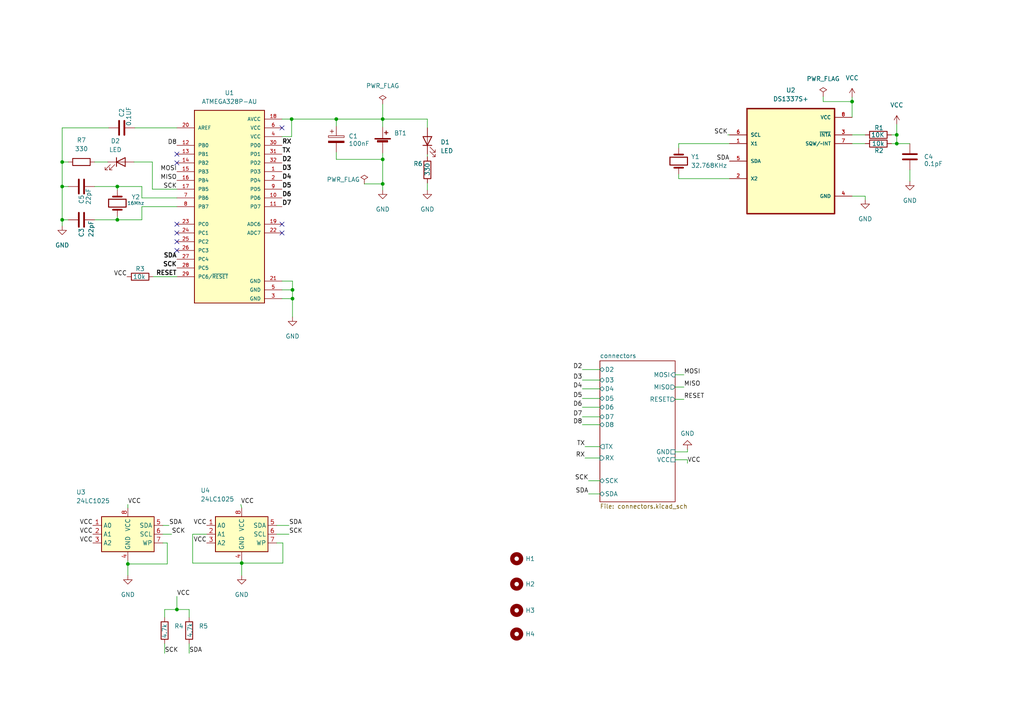
<source format=kicad_sch>
(kicad_sch (version 20211123) (generator eeschema)
  (paper "A4")
  (title_block (title "MCU Datalogger - by Huskies' Lab") (date "2022-12-28") (rev "V1.0.0") (company "Designed by Alfonso Pinzon @luis.p.19"))
  (lib_symbols
    (symbol "ATMEGA328P-AU:ATMEGA328P-AU" (pin_names (offset 1.016))
      (property "Reference" "U1" (at 0 33.02 0))
      (property "Value" "ATMEGA328P-AU" (at 0 30.48 0))
      (symbol "ATMEGA328P-AU_0_0"
        (rectangle (start -10.16 -27.94) (end 10.16 27.94) (stroke (width 0.254)) (fill (type background)))
        (pin bidirectional line (at 15.24 10.16 180) (length 5.08) (name "PD3") (number "1"))
        (pin bidirectional line (at 15.24 2.54 180) (length 5.08) (name "PD6") (number "10"))
        (pin bidirectional line (at 15.24 0 180) (length 5.08) (name "PD7") (number "11"))
        (pin bidirectional line (at -15.24 17.78 0) (length 5.08) (name "PB0") (number "12"))
        (pin bidirectional line (at -15.24 15.24 0) (length 5.08) (name "PB1") (number "13"))
        (pin bidirectional line (at -15.24 12.7 0) (length 5.08) (name "PB2") (number "14"))
        (pin bidirectional line (at -15.24 10.16 0) (length 5.08) (name "PB3") (number "15"))
        (pin bidirectional line (at -15.24 7.62 0) (length 5.08) (name "PB4") (number "16"))
        (pin bidirectional line (at -15.24 5.08 0) (length 5.08) (name "PB5") (number "17"))
        (pin power_in line (at 15.24 25.4 180) (length 5.08) (name "AVCC") (number "18"))
        (pin bidirectional line (at 15.24 -5.08 180) (length 5.08) (name "ADC6") (number "19"))
        (pin bidirectional line (at 15.24 7.62 180) (length 5.08) (name "PD4") (number "2"))
        (pin input line (at -15.24 22.86 0) (length 5.08) (name "AREF") (number "20"))
        (pin power_in line (at 15.24 -21.59 180) (length 5.08) (name "GND") (number "21"))
        (pin bidirectional line (at 15.24 -7.62 180) (length 5.08) (name "ADC7") (number "22"))
        (pin bidirectional line (at -15.24 -5.08 0) (length 5.08) (name "PC0") (number "23"))
        (pin bidirectional line (at -15.24 -7.62 0) (length 5.08) (name "PC1") (number "24"))
        (pin bidirectional line (at -15.24 -10.16 0) (length 5.08) (name "PC2") (number "25"))
        (pin bidirectional line (at -15.24 -12.7 0) (length 5.08) (name "PC3") (number "26"))
        (pin bidirectional line (at -15.24 -15.24 0) (length 5.08) (name "PC4") (number "27"))
        (pin bidirectional line (at -15.24 -17.78 0) (length 5.08) (name "PC5") (number "28"))
        (pin bidirectional line (at -15.24 -20.32 0) (length 5.08) (name "PC6/~{RESET}") (number "29"))
        (pin power_in line (at 15.24 -26.67 180) (length 5.08) (name "GND") (number "3"))
        (pin bidirectional line (at 15.24 17.78 180) (length 5.08) (name "PD0") (number "30"))
        (pin bidirectional line (at 15.24 15.24 180) (length 5.08) (name "PD1") (number "31"))
        (pin bidirectional line (at 15.24 12.7 180) (length 5.08) (name "PD2") (number "32"))
        (pin power_in line (at 15.24 20.32 180) (length 5.08) (name "VCC") (number "4"))
        (pin power_in line (at 15.24 -24.13 180) (length 5.08) (name "GND") (number "5"))
        (pin power_in line (at 15.24 22.86 180) (length 5.08) (name "VCC") (number "6"))
        (pin bidirectional line (at -15.24 2.54 0) (length 5.08) (name "PB6") (number "7"))
        (pin bidirectional line (at -15.24 0 0) (length 5.08) (name "PB7") (number "8"))
        (pin bidirectional line (at 15.24 5.08 180) (length 5.08) (name "PD5") (number "9"))
      )
    )
    (symbol "DS1337S_:DS1337S+" (pin_names (offset 1.016))
      (property "Reference" "U" (at -12.7 16.24 0))
      (property "Value" "DS1337S+" (at -12.7 -19.24 0))
      (symbol "DS1337S+_0_0"
        (rectangle (start -12.7 -15.24) (end 12.7 15.24) (stroke (width 0.41)) (fill (type background)))
        (pin input line (at -17.78 5.08 0) (length 5.08) (name "X1") (number "1"))
        (pin bidirectional line (at -17.78 -5.08 0) (length 5.08) (name "X2") (number "2"))
        (pin output line (at 17.78 7.62 180) (length 5.08) (name "~{INTA}") (number "3"))
        (pin power_in line (at 17.78 -10.16 180) (length 5.08) (name "GND") (number "4"))
        (pin bidirectional line (at -17.78 0 0) (length 5.08) (name "SDA") (number "5"))
        (pin input line (at -17.78 7.62 0) (length 5.08) (name "SCL") (number "6"))
        (pin output line (at 17.78 5.08 180) (length 5.08) (name "SQW/~INT") (number "7"))
        (pin power_in line (at 17.78 12.7 180) (length 5.08) (name "VCC") (number "8"))
      )
    )
    (symbol "Device:Battery_Cell" (pin_numbers hide) (pin_names (offset 0) hide)
      (property "Reference" "BT" (at 2.54 2.54 0))
      (property "Value" "Battery_Cell" (at 2.54 0 0))
      (symbol "Battery_Cell_0_1"
        (rectangle (start -2.286 1.778) (end 2.286 1.524) (fill (type outline)))
        (rectangle (start -1.5748 1.1938) (end 1.4732 0.6858) (fill (type outline)))
        (polyline (pts (xy 0 0.762) (xy 0 0)))
        (polyline (pts (xy 0 1.778) (xy 0 2.54)))
        (polyline (pts (xy 0.508 3.429) (xy 1.524 3.429)) (stroke (width 0.254)))
        (polyline (pts (xy 1.016 3.937) (xy 1.016 2.921)) (stroke (width 0.254)))
      )
      (symbol "Battery_Cell_1_1"
        (pin passive line (at 0 5.08 270) (length 2.54) (name "+") (number "1"))
        (pin passive line (at 0 -2.54 90) (length 2.54) (name "-") (number "2"))
      )
    )
    (symbol "Device:C" (pin_numbers hide) (pin_names (offset 0.254))
      (property "Reference" "C" (at 0.635 2.54 0))
      (property "Value" "C" (at 0.635 -2.54 0))
      (symbol "C_0_1"
        (polyline (pts (xy -2.032 -0.762) (xy 2.032 -0.762)) (stroke (width 0.508)))
        (polyline (pts (xy -2.032 0.762) (xy 2.032 0.762)) (stroke (width 0.508)))
      )
      (symbol "C_1_1"
        (pin passive line (at 0 3.81 270) (length 2.794) (name "~") (number "1"))
        (pin passive line (at 0 -3.81 90) (length 2.794) (name "~") (number "2"))
      )
    )
    (symbol "Device:C_Polarized" (pin_numbers hide) (pin_names (offset 0.254))
      (property "Reference" "C" (at 0.635 2.54 0))
      (property "Value" "C_Polarized" (at 0.635 -2.54 0))
      (symbol "C_Polarized_0_1"
        (rectangle (start -2.286 0.508) (end 2.286 1.016))
        (polyline (pts (xy -1.778 2.286) (xy -0.762 2.286)))
        (polyline (pts (xy -1.27 2.794) (xy -1.27 1.778)))
        (rectangle (start 2.286 -0.508) (end -2.286 -1.016) (fill (type outline)))
      )
      (symbol "C_Polarized_1_1"
        (pin passive line (at 0 3.81 270) (length 2.794) (name "~") (number "1"))
        (pin passive line (at 0 -3.81 90) (length 2.794) (name "~") (number "2"))
      )
    )
    (symbol "Device:Crystal" (pin_numbers hide) (pin_names (offset 1.016) hide)
      (property "Reference" "Y" (at 0 3.81 0))
      (property "Value" "Crystal" (at 0 -3.81 0))
      (symbol "Crystal_0_1"
        (rectangle (start -1.143 2.54) (end 1.143 -2.54) (stroke (width 0.3048)))
        (polyline (pts (xy -2.54 0) (xy -1.905 0)))
        (polyline (pts (xy -1.905 -1.27) (xy -1.905 1.27)) (stroke (width 0.508)))
        (polyline (pts (xy 1.905 -1.27) (xy 1.905 1.27)) (stroke (width 0.508)))
        (polyline (pts (xy 2.54 0) (xy 1.905 0)))
      )
      (symbol "Crystal_1_1"
        (pin passive line (at -3.81 0 0) (length 1.27) (name "1") (number "1"))
        (pin passive line (at 3.81 0 180) (length 1.27) (name "2") (number "2"))
      )
    )
    (symbol "Device:LED" (pin_numbers hide) (pin_names (offset 1.016) hide)
      (property "Reference" "D" (at 0 2.54 0))
      (property "Value" "LED" (at 0 -2.54 0))
      (symbol "LED_0_1"
        (polyline (pts (xy -1.27 -1.27) (xy -1.27 1.27)) (stroke (width 0.254)))
        (polyline (pts (xy -1.27 0) (xy 1.27 0)))
        (polyline (pts (xy 1.27 -1.27) (xy 1.27 1.27) (xy -1.27 0) (xy 1.27 -1.27)) (stroke (width 0.254)))
        (polyline (pts (xy -3.048 -0.762) (xy -4.572 -2.286) (xy -3.81 -2.286) (xy -4.572 -2.286) (xy -4.572 -1.524)))
        (polyline (pts (xy -1.778 -0.762) (xy -3.302 -2.286) (xy -2.54 -2.286) (xy -3.302 -2.286) (xy -3.302 -1.524)))
      )
      (symbol "LED_1_1"
        (pin passive line (at -3.81 0 0) (length 2.54) (name "K") (number "1"))
        (pin passive line (at 3.81 0 180) (length 2.54) (name "A") (number "2"))
      )
    )
    (symbol "Device:R" (pin_numbers hide) (pin_names (offset 0))
      (property "Reference" "R" (at 2.032 0 90))
      (property "Value" "R" (at 0 0 90))
      (symbol "R_0_1"
        (rectangle (start -1.016 -2.54) (end 1.016 2.54) (stroke (width 0.254)))
      )
      (symbol "R_1_1"
        (pin passive line (at 0 3.81 270) (length 1.27) (name "~") (number "1"))
        (pin passive line (at 0 -3.81 90) (length 1.27) (name "~") (number "2"))
      )
    )
    (symbol "Mechanical:MountingHole" (pin_names (offset 1.016))
      (property "Reference" "H" (at 0 5.08 0))
      (property "Value" "MountingHole" (at 0 3.175 0))
      (symbol "MountingHole_0_1"
        (circle (center 0 0) (radius 1.27) (stroke (width 1.27)))
      )
    )
    (symbol "Memory_EEPROM:24LC1025"
      (property "Reference" "U" (at -6.35 6.35 0))
      (property "Value" "24LC1025" (at 1.27 6.35 0))
      (symbol "24LC1025_1_1"
        (rectangle (start -7.62 5.08) (end 7.62 -5.08) (stroke (width 0.254)) (fill (type background)))
        (pin input line (at -10.16 2.54 0) (length 2.54) (name "A0") (number "1"))
        (pin input line (at -10.16 0 0) (length 2.54) (name "A1") (number "2"))
        (pin input line (at -10.16 -2.54 0) (length 2.54) (name "A2") (number "3"))
        (pin power_in line (at 0 -7.62 90) (length 2.54) (name "GND") (number "4"))
        (pin bidirectional line (at 10.16 2.54 180) (length 2.54) (name "SDA") (number "5"))
        (pin input line (at 10.16 0 180) (length 2.54) (name "SCL") (number "6"))
        (pin input line (at 10.16 -2.54 180) (length 2.54) (name "WP") (number "7"))
        (pin power_in line (at 0 7.62 270) (length 2.54) (name "VCC") (number "8"))
      )
    )
    (symbol "power:GND" (power) (pin_names (offset 0))
      (property "Value" "GND" (at 0 -3.81 0))
      (symbol "GND_0_1"
        (polyline (pts (xy 0 0) (xy 0 -1.27) (xy 1.27 -1.27) (xy 0 -2.54) (xy -1.27 -1.27) (xy 0 -1.27)))
      )
      (symbol "GND_1_1"
        (pin power_in line (at 0 0 270) (length 0) hide (name "GND") (number "1"))
      )
    )
    (symbol "power:PWR_FLAG" (power) (pin_numbers hide) (pin_names (offset 0) hide)
      (property "Value" "PWR_FLAG" (at 0 3.81 0))
      (symbol "PWR_FLAG_0_0"
        (pin power_out line (at 0 0 90) (length 0) (name "pwr") (number "1"))
      )
      (symbol "PWR_FLAG_0_1"
        (polyline (pts (xy 0 0) (xy 0 1.27) (xy -1.016 1.905) (xy 0 2.54) (xy 1.016 1.905) (xy 0 1.27)))
      )
    )
    (symbol "power:VCC" (power) (pin_names (offset 0))
      (property "Value" "VCC" (at 0 3.81 0))
      (symbol "VCC_0_1"
        (polyline (pts (xy -0.762 1.27) (xy 0 2.54)))
        (polyline (pts (xy 0 0) (xy 0 2.54)))
        (polyline (pts (xy 0 2.54) (xy 0.762 1.27)))
      )
      (symbol "VCC_1_1"
        (pin power_in line (at 0 0 90) (length 0) hide (name "VCC") (number "1"))
      )
    )
  )
  (junction (at 110.998 53.34))
  (junction (at 97.536 34.544))
  (junction (at 84.836 86.614))
  (junction (at 37.084 163.576))
  (junction (at 34.036 54.102))
  (junction (at 260.096 41.656))
  (junction (at 70.104 163.322))
  (junction (at 260.096 39.116))
  (junction (at 18.034 46.99))
  (junction (at 247.142 29.464))
  (junction (at 84.582 34.544))
  (junction (at 110.998 34.544))
  (junction (at 110.998 46.228))
  (junction (at 51.308 176.784))
  (junction (at 84.836 84.074))
  (junction (at 18.034 54.102))
  (junction (at 34.036 63.754))
  (junction (at 18.034 63.754))
  (no_connect (at 81.788 65.024))
  (no_connect (at 81.788 67.564))
  (no_connect (at 81.788 37.084))
  (no_connect (at 51.308 47.244))
  (no_connect (at 51.308 44.704))
  (no_connect (at 51.308 67.564))
  (no_connect (at 51.308 70.104))
  (no_connect (at 51.308 65.024))
  (no_connect (at 51.308 72.644))
  (wire (pts (xy 59.944 154.94) (xy 55.88 154.94)))
  (wire (pts (xy 47.752 179.07) (xy 47.752 176.784)))
  (wire (pts (xy 41.148 59.944) (xy 51.308 59.944)))
  (wire (pts (xy 38.862 46.99) (xy 44.196 46.99)))
  (wire (pts (xy 81.788 34.544) (xy 84.582 34.544)))
  (wire (pts (xy 18.034 37.084) (xy 18.034 46.99)))
  (wire (pts (xy 82.042 163.322) (xy 70.104 163.322)))
  (wire (pts (xy 37.084 163.576) (xy 48.514 163.576)))
  (wire (pts (xy 196.85 41.656) (xy 211.582 41.656)))
  (wire (pts (xy 110.998 53.34) (xy 110.998 46.228)))
  (wire (pts (xy 34.036 54.102) (xy 41.148 54.102)))
  (wire (pts (xy 195.834 131.064) (xy 199.39 131.064)))
  (wire (pts (xy 258.572 39.116) (xy 260.096 39.116)))
  (wire (pts (xy 247.142 39.116) (xy 250.952 39.116)))
  (wire (pts (xy 168.91 118.11) (xy 173.99 118.11)))
  (wire (pts (xy 18.034 63.754) (xy 18.034 65.532)))
  (wire (pts (xy 54.864 186.69) (xy 54.864 189.484)))
  (wire (pts (xy 51.308 172.974) (xy 51.308 176.784)))
  (wire (pts (xy 82.042 157.48) (xy 82.042 163.322)))
  (wire (pts (xy 97.536 44.196) (xy 97.536 46.228)))
  (wire (pts (xy 123.952 55.118) (xy 123.952 53.086)))
  (wire (pts (xy 80.264 157.48) (xy 82.042 157.48)))
  (wire (pts (xy 238.76 29.464) (xy 247.142 29.464)))
  (wire (pts (xy 70.104 163.322) (xy 70.104 166.878)))
  (wire (pts (xy 195.834 115.824) (xy 198.374 115.824)))
  (wire (pts (xy 54.864 176.784) (xy 54.864 179.07)))
  (wire (pts (xy 27.432 63.754) (xy 34.036 63.754)))
  (wire (pts (xy 47.752 186.69) (xy 47.752 189.484)))
  (wire (pts (xy 84.582 39.624) (xy 84.582 34.544)))
  (wire (pts (xy 168.91 112.776) (xy 173.99 112.776)))
  (wire (pts (xy 110.998 46.228) (xy 110.998 44.45)))
  (wire (pts (xy 47.244 154.94) (xy 49.784 154.94)))
  (wire (pts (xy 168.91 123.19) (xy 173.99 123.19)))
  (wire (pts (xy 97.536 46.228) (xy 110.998 46.228)))
  (wire (pts (xy 260.096 41.656) (xy 258.572 41.656)))
  (wire (pts (xy 110.998 30.226) (xy 110.998 34.544)))
  (wire (pts (xy 169.672 129.54) (xy 173.99 129.54)))
  (wire (pts (xy 55.88 163.322) (xy 70.104 163.322)))
  (wire (pts (xy 247.142 29.464) (xy 247.142 34.036)))
  (wire (pts (xy 199.39 133.35) (xy 199.39 134.366)))
  (wire (pts (xy 34.036 63.754) (xy 34.036 62.738)))
  (wire (pts (xy 47.244 152.4) (xy 49.022 152.4)))
  (wire (pts (xy 260.096 36.068) (xy 260.096 39.116)))
  (wire (pts (xy 196.85 51.816) (xy 211.582 51.816)))
  (wire (pts (xy 195.834 112.268) (xy 198.374 112.268)))
  (wire (pts (xy 48.514 157.48) (xy 48.514 163.576)))
  (wire (pts (xy 47.752 176.784) (xy 51.308 176.784)))
  (wire (pts (xy 34.036 54.102) (xy 34.036 55.118)))
  (wire (pts (xy 37.084 163.576) (xy 37.084 166.878)))
  (wire (pts (xy 19.812 46.99) (xy 18.034 46.99)))
  (wire (pts (xy 97.536 34.544) (xy 97.536 36.576)))
  (wire (pts (xy 84.582 34.544) (xy 97.536 34.544)))
  (wire (pts (xy 247.142 41.656) (xy 250.952 41.656)))
  (wire (pts (xy 44.196 46.99) (xy 44.196 54.864)))
  (wire (pts (xy 123.952 34.544) (xy 123.952 37.084)))
  (wire (pts (xy 110.998 55.118) (xy 110.998 53.34)))
  (wire (pts (xy 168.91 120.904) (xy 173.99 120.904)))
  (wire (pts (xy 37.084 162.56) (xy 37.084 163.576)))
  (wire (pts (xy 44.45 80.264) (xy 51.308 80.264)))
  (wire (pts (xy 247.142 56.896) (xy 250.952 56.896)))
  (wire (pts (xy 80.264 152.4) (xy 83.82 152.4)))
  (wire (pts (xy 47.244 157.48) (xy 48.514 157.48)))
  (wire (pts (xy 170.688 139.446) (xy 173.99 139.446)))
  (wire (pts (xy 169.672 132.842) (xy 173.99 132.842)))
  (wire (pts (xy 27.432 54.102) (xy 34.036 54.102)))
  (wire (pts (xy 39.116 37.084) (xy 51.308 37.084)))
  (wire (pts (xy 263.906 52.578) (xy 263.906 49.276)))
  (wire (pts (xy 70.104 147.32) (xy 69.85 146.304)))
  (wire (pts (xy 81.788 86.614) (xy 84.836 86.614)))
  (wire (pts (xy 18.034 54.102) (xy 18.034 63.754)))
  (wire (pts (xy 196.85 42.926) (xy 196.85 41.656)))
  (wire (pts (xy 80.264 154.94) (xy 83.82 154.94)))
  (wire (pts (xy 84.836 84.074) (xy 84.836 86.614)))
  (wire (pts (xy 260.096 39.116) (xy 260.096 41.656)))
  (wire (pts (xy 211.074 39.116) (xy 211.582 39.116)))
  (wire (pts (xy 110.998 34.544) (xy 123.952 34.544)))
  (wire (pts (xy 81.788 84.074) (xy 84.836 84.074)))
  (wire (pts (xy 84.836 81.534) (xy 84.836 84.074)))
  (wire (pts (xy 168.91 110.236) (xy 173.99 110.236)))
  (wire (pts (xy 195.834 108.712) (xy 198.374 108.712)))
  (wire (pts (xy 55.88 154.94) (xy 55.88 163.322)))
  (wire (pts (xy 247.142 28.194) (xy 247.142 29.464)))
  (wire (pts (xy 250.952 56.896) (xy 250.952 57.912)))
  (wire (pts (xy 31.496 37.084) (xy 18.034 37.084)))
  (wire (pts (xy 51.308 176.784) (xy 54.864 176.784)))
  (wire (pts (xy 18.034 46.99) (xy 18.034 54.102)))
  (wire (pts (xy 51.308 54.864) (xy 44.196 54.864)))
  (wire (pts (xy 260.096 41.656) (xy 263.906 41.656)))
  (wire (pts (xy 41.148 54.102) (xy 41.148 57.404)))
  (wire (pts (xy 199.39 130.302) (xy 199.39 131.064)))
  (wire (pts (xy 110.998 34.544) (xy 110.998 36.83)))
  (wire (pts (xy 123.952 45.466) (xy 123.952 44.704)))
  (wire (pts (xy 81.788 39.624) (xy 84.582 39.624)))
  (wire (pts (xy 81.788 81.534) (xy 84.836 81.534)))
  (wire (pts (xy 41.148 59.944) (xy 41.148 63.754)))
  (wire (pts (xy 34.036 63.754) (xy 41.148 63.754)))
  (wire (pts (xy 27.432 46.99) (xy 31.242 46.99)))
  (wire (pts (xy 195.834 133.35) (xy 199.39 133.35)))
  (wire (pts (xy 168.91 115.57) (xy 173.99 115.57)))
  (wire (pts (xy 19.812 54.102) (xy 18.034 54.102)))
  (wire (pts (xy 84.836 86.614) (xy 84.836 91.948)))
  (wire (pts (xy 170.688 143.256) (xy 173.99 143.256)))
  (wire (pts (xy 105.664 53.34) (xy 110.998 53.34)))
  (wire (pts (xy 168.91 107.188) (xy 173.99 107.188)))
  (wire (pts (xy 18.034 63.754) (xy 19.812 63.754)))
  (wire (pts (xy 238.76 27.94) (xy 238.76 29.464)))
  (wire (pts (xy 97.536 34.544) (xy 110.998 34.544)))
  (wire (pts (xy 41.148 57.404) (xy 51.308 57.404)))
  (wire (pts (xy 196.85 50.546) (xy 196.85 51.816)))
  (wire (pts (xy 37.084 147.32) (xy 37.084 146.304)))
  (wire (pts (xy 70.104 162.56) (xy 70.104 163.322)))
  (label "RESET" (at 198.374 115.824 0))
  (label "D6" (at 81.788 57.404 0) (effects (font bold)))
  (label "SCK" (at 83.82 154.94 0))
  (label "VCC" (at 69.85 146.304 0))
  (label "TX" (at 81.788 44.704 0) (effects (font bold)))
  (label "D4" (at 81.788 52.324 0) (effects (font bold)))
  (label "D7" (at 168.91 120.904 180))
  (label "VCC" (at 199.39 134.366 0))
  (label "TX" (at 169.672 129.54 180))
  (label "VCC" (at 26.924 152.4 180))
  (label "MOSI" (at 198.374 108.712 0))
  (label "SDA" (at 211.582 46.736 180))
  (label "VCC" (at 51.308 172.974 0))
  (label "MOSI" (at 51.308 49.784 180))
  (label "D2" (at 81.788 47.244 0) (effects (font bold)))
  (label "VCC" (at 59.944 152.4 180))
  (label "D5" (at 168.91 115.57 180))
  (label "SDA" (at 83.82 152.4 0))
  (label "VCC" (at 26.924 154.94 180))
  (label "SCK" (at 47.752 189.484 0))
  (label "VCC" (at 37.084 146.304 0))
  (label "SDA" (at 54.864 189.484 0))
  (label "SDA" (at 49.022 152.4 0))
  (label "SCK" (at 49.784 154.94 0))
  (label "VCC" (at 59.944 157.48 180))
  (label "D2" (at 168.91 107.188 180))
  (label "D8" (at 51.308 42.164 180))
  (label "SDA" (at 51.308 75.184 180) (effects (font bold)))
  (label "RX" (at 169.672 132.842 180))
  (label "D3" (at 168.91 110.236 180))
  (label "SCK" (at 51.308 77.724 180) (effects (font bold)))
  (label "SDA" (at 170.688 143.256 180))
  (label "D3" (at 81.788 49.784 0) (effects (font bold)))
  (label "SCK" (at 51.308 54.864 180))
  (label "MISO" (at 198.374 112.268 0))
  (label "D7" (at 81.788 59.944 0) (effects (font bold)))
  (label "VCC" (at 26.924 157.48 180))
  (label "RESET" (at 51.308 80.264 180) (effects (font bold)))
  (label "RX" (at 81.788 42.164 0) (effects (font bold)))
  (label "MISO" (at 51.308 52.324 180))
  (label "SCK" (at 170.688 139.446 180))
  (label "D4" (at 168.91 112.776 180))
  (label "D5" (at 81.788 54.864 0) (effects (font bold)))
  (label "VCC" (at 36.83 80.264 180))
  (label "D6" (at 168.91 118.11 180))
  (label "SCK" (at 211.074 39.116 180))
  (label "D8" (at 168.91 123.19 180))
  (symbol (lib_id "Device:Crystal") (at 34.036 58.928 90) (unit 1)
    (property "Reference" "Y2" (at 39.37 57.15 90))
    (property "Value" "16Mhz" (at 39.37 58.928 90) (effects (font (size 1 1))))
    (property "Footprint" "Crystal:Crystal_HC49-U_Vertical" (effects hide))
  )
  (symbol (lib_id "Device:LED") (at 35.052 46.99 0) (unit 1)
    (property "Reference" "D2" (at 33.4645 40.894 0))
    (property "Value" "LED" (at 33.4645 43.434 0))
    (property "Footprint" "LED_SMD:LED_0805_2012Metric" (effects hide))
  )
  (symbol (lib_id "Device:C") (at 23.622 63.754 90) (unit 1)
    (property "Reference" "C3" (at 23.622 68.834 0) (effects (justify left)))
    (property "Value" "22pF" (at 26.416 68.834 0) (effects (justify left)))
    (property "Footprint" "Capacitor_SMD:C_0805_2012Metric" (effects hide))
  )
  (symbol (lib_id "power:GND") (at 263.906 52.578 0) (unit 1)
    (property "Reference" "#PWR0106" (effects hide))
    (property "Value" "GND" (at 263.906 58.166 0))
  )
  (symbol (lib_id "power:GND") (at 123.952 55.118 0) (unit 1)
    (property "Reference" "#PWR0107" (effects hide))
    (property "Value" "GND" (at 123.952 60.706 0))
  )
  (symbol (lib_id "Memory_EEPROM:24LC1025") (at 70.104 154.94 0) (unit 1)
    (property "Reference" "U4" (at 58.166 142.24 0) (effects (justify left)))
    (property "Value" "24LC1025" (at 58.166 144.78 0) (effects (justify left)))
    (property "Footprint" "Package_SO:SOIC-8_5.23x5.23mm_P1.27mm" (effects hide))
    (property "Datasheet" "http://ww1.microchip.com/downloads/en/DeviceDoc/21941B.pdf" (effects hide))
  )
  (symbol (lib_id "Device:Battery_Cell") (at 110.998 41.91 0) (unit 1)
    (property "Reference" "BT1" (at 114.3 38.6079 0) (effects (justify left)))
    (property "Value" "Battery_Cell" (effects hide))
    (property "Footprint" "Connector_PinHeader_2.54mm:PinHeader_1x02_P2.54mm_Vertical" (effects hide))
  )
  (symbol (lib_id "ATMEGA328P-AU:ATMEGA328P-AU") (at 66.548 59.944 0) (unit 1)
    (property "Reference" "U1" (at 66.548 26.924 0))
    (property "Value" "ATMEGA328P-AU" (at 66.548 29.464 0))
    (property "Footprint" "footprints:QFP80P900X900X120-32N" (effects hide))
    (property "MANUFACTURER" "Atmel" (effects hide))
  )
  (symbol (lib_id "power:GND") (at 250.952 57.912 0) (unit 1)
    (property "Reference" "#PWR0105" (effects hide))
    (property "Value" "GND" (at 250.952 63.5 0))
  )
  (symbol (lib_id "power:VCC") (at 247.142 28.194 0) (unit 1)
    (property "Reference" "#PWR0109" (effects hide))
    (property "Value" "VCC" (at 247.142 22.606 0))
  )
  (symbol (lib_id "Device:C") (at 263.906 45.466 0) (unit 1)
    (property "Reference" "C4" (at 267.97 45.4659 0) (effects (justify left)))
    (property "Value" "0.1pF" (at 267.97 47.498 0) (effects (justify left)))
    (property "Footprint" "Capacitor_SMD:C_0805_2012Metric" (effects hide))
  )
  (symbol (lib_id "Memory_EEPROM:24LC1025") (at 37.084 154.94 0) (unit 1)
    (property "Reference" "U3" (at 22.098 142.748 0) (effects (justify left)))
    (property "Value" "24LC1025" (at 22.098 145.288 0) (effects (justify left)))
    (property "Footprint" "Package_SO:SOIC-8_5.23x5.23mm_P1.27mm" (effects hide))
    (property "Datasheet" "http://ww1.microchip.com/downloads/en/DeviceDoc/21941B.pdf" (effects hide))
  )
  (symbol (lib_id "Device:R") (at 254.762 41.656 90) (unit 1)
    (property "Reference" "R1" (at 256.286 37.084 90) (effects (justify left)))
    (property "Value" "10k" (at 256.54 41.656 90) (effects (justify left)))
    (property "Footprint" "Resistor_SMD:R_0805_2012Metric_Pad1.20x1.40mm_HandSolder" (effects hide))
  )
  (symbol (lib_id "power:GND") (at 110.998 55.118 0) (unit 1)
    (property "Reference" "#PWR0101" (effects hide))
    (property "Value" "GND" (at 110.998 60.706 0))
  )
  (symbol (lib_id "power:GND") (at 18.034 65.532 0) (unit 1)
    (property "Reference" "#PWR0110" (effects hide))
    (property "Value" "GND" (at 18.034 71.12 0))
  )
  (symbol (lib_id "Mechanical:MountingHole") (at 149.86 169.418 0) (unit 1)
    (property "Reference" "H2" (at 152.4 169.4179 0) (effects (justify left)))
    (property "Value" "MountingHole" (effects hide))
    (property "Footprint" "MountingHole:MountingHole_2.1mm" (effects hide))
  )
  (symbol (lib_id "power:PWR_FLAG") (at 105.664 53.34 0) (unit 1)
    (property "Reference" "#FLG0101" (effects hide))
    (property "Value" "PWR_FLAG" (at 94.742 52.07 0) (effects (justify left)))
  )
  (symbol (lib_id "power:VCC") (at 260.096 36.068 0) (unit 1)
    (property "Reference" "#PWR0108" (effects hide))
    (property "Value" "VCC" (at 260.096 30.48 0))
  )
  (symbol (lib_id "Device:R") (at 47.752 182.88 0) (unit 1)
    (property "Reference" "R4" (at 50.546 181.6099 0) (effects (justify left)))
    (property "Value" "4.7k" (at 47.752 185.166 90) (effects (justify left)))
    (property "Footprint" "Resistor_SMD:R_0805_2012Metric_Pad1.20x1.40mm_HandSolder" (effects hide))
  )
  (symbol (lib_id "Device:R") (at 23.622 46.99 90) (unit 1)
    (property "Reference" "R7" (at 23.622 40.64 90))
    (property "Value" "330" (at 23.622 43.18 90))
    (property "Footprint" "Resistor_SMD:R_0805_2012Metric_Pad1.20x1.40mm_HandSolder" (effects hide))
  )
  (symbol (lib_id "power:GND") (at 199.39 130.302 180) (unit 1)
    (property "Reference" "#PWR0111" (effects hide))
    (property "Value" "GND" (at 199.39 125.73 0))
  )
  (symbol (lib_id "power:GND") (at 70.104 166.878 0) (unit 1)
    (property "Reference" "#PWR0102" (effects hide))
    (property "Value" "GND" (at 70.104 172.466 0))
  )
  (symbol (lib_id "Mechanical:MountingHole") (at 149.86 162.052 0) (unit 1)
    (property "Reference" "H1" (at 152.4 162.0519 0) (effects (justify left)))
    (property "Value" "MountingHole" (effects hide))
    (property "Footprint" "MountingHole:MountingHole_2.1mm" (effects hide))
  )
  (symbol (lib_id "DS1337S_:DS1337S+") (at 229.362 46.736 0) (unit 1)
    (property "Reference" "U2" (at 229.362 26.162 0))
    (property "Value" "DS1337S+" (at 229.362 28.702 0))
    (property "Footprint" "footprints:SOIC127P600X175-8N" (effects hide))
  )
  (symbol (lib_id "Device:C") (at 35.306 37.084 90) (unit 1)
    (property "Reference" "C2" (at 35.306 34.036 0) (effects (justify left)))
    (property "Value" "0.1UF" (at 37.338 36.576 0) (effects (justify left)))
    (property "Footprint" "Capacitor_SMD:C_0805_2012Metric" (effects hide))
  )
  (symbol (lib_id "Device:R") (at 254.762 39.116 90) (unit 1)
    (property "Reference" "R2" (at 256.286 43.688 90) (effects (justify left)))
    (property "Value" "10K" (at 256.54 39.116 90) (effects (justify left)))
    (property "Footprint" "Resistor_SMD:R_0805_2012Metric_Pad1.20x1.40mm_HandSolder" (effects hide))
  )
  (symbol (lib_id "Mechanical:MountingHole") (at 149.86 183.896 0) (unit 1)
    (property "Reference" "H4" (at 152.4 183.8959 0) (effects (justify left)))
    (property "Value" "MountingHole" (effects hide))
    (property "Footprint" "MountingHole:MountingHole_2.1mm" (effects hide))
  )
  (symbol (lib_id "Device:C") (at 23.622 54.102 90) (unit 1)
    (property "Reference" "C5" (at 23.622 59.182 0) (effects (justify left)))
    (property "Value" "22pF" (at 25.654 59.436 0) (effects (justify left)))
    (property "Footprint" "Capacitor_SMD:C_0805_2012Metric" (effects hide))
  )
  (symbol (lib_id "power:PWR_FLAG") (at 238.76 27.94 0) (unit 1)
    (property "Reference" "#FLG0103" (effects hide))
    (property "Value" "PWR_FLAG" (at 238.76 22.86 0))
  )
  (symbol (lib_id "Mechanical:MountingHole") (at 149.86 177.038 0) (unit 1)
    (property "Reference" "H3" (at 152.4 177.0379 0) (effects (justify left)))
    (property "Value" "MountingHole" (effects hide))
    (property "Footprint" "MountingHole:MountingHole_2.1mm" (effects hide))
  )
  (symbol (lib_id "power:PWR_FLAG") (at 110.998 30.226 0) (unit 1)
    (property "Reference" "#FLG0102" (effects hide))
    (property "Value" "PWR_FLAG" (at 110.998 24.892 0))
  )
  (symbol (lib_id "Device:C_Polarized") (at 97.536 40.386 0) (unit 1)
    (property "Reference" "C1" (at 101.092 39.4969 0) (effects (justify left)))
    (property "Value" "100nF" (at 101.092 41.656 0) (effects (justify left)))
    (property "Footprint" "Capacitor_SMD:C_0805_2012Metric" (effects hide))
  )
  (symbol (lib_id "power:GND") (at 37.084 166.878 0) (unit 1)
    (property "Reference" "#PWR0103" (effects hide))
    (property "Value" "GND" (at 37.084 172.466 0))
  )
  (symbol (lib_id "Device:R") (at 54.864 182.88 0) (unit 1)
    (property "Reference" "R5" (at 57.658 181.6099 0) (effects (justify left)))
    (property "Value" "4.7k" (at 55.118 184.912 90) (effects (justify left)))
    (property "Footprint" "Resistor_SMD:R_0805_2012Metric_Pad1.20x1.40mm_HandSolder" (effects hide))
  )
  (symbol (lib_id "power:GND") (at 84.836 91.948 0) (unit 1)
    (property "Reference" "#PWR0104" (effects hide))
    (property "Value" "GND" (at 84.836 97.536 0))
  )
  (symbol (lib_id "Device:R") (at 40.64 80.264 90) (unit 1)
    (property "Reference" "R3" (at 40.64 77.978 90))
    (property "Value" "10k" (at 40.386 80.264 90))
    (property "Footprint" "Resistor_SMD:R_0805_2012Metric_Pad1.20x1.40mm_HandSolder" (effects hide))
  )
  (symbol (lib_id "Device:R") (at 123.952 49.276 0) (unit 1)
    (property "Reference" "R6" (at 119.888 47.498 0) (effects (justify left)))
    (property "Value" "330" (at 123.952 51.054 90) (effects (justify left)))
    (property "Footprint" "Resistor_SMD:R_0805_2012Metric_Pad1.20x1.40mm_HandSolder" (effects hide))
  )
  (symbol (lib_id "Device:Crystal") (at 196.85 46.736 90) (unit 1)
    (property "Reference" "Y1" (at 200.406 45.4659 90) (effects (justify right)))
    (property "Value" "32.768KHz" (at 200.406 48.0059 90) (effects (justify right)))
    (property "Footprint" "Crystal:Crystal_HC49-U_Vertical" (effects hide))
  )
  (symbol (lib_id "Device:LED") (at 123.952 40.894 90) (unit 1)
    (property "Reference" "D1" (at 127.762 41.2114 90) (effects (justify right)))
    (property "Value" "LED" (at 127.762 43.7514 90) (effects (justify right)))
    (property "Footprint" "LED_SMD:LED_0805_2012Metric" (effects hide))
  )
  (sheet (at 173.99 104.648) (size 21.844 40.894) (stroke (width 0.1524))
    (property "Sheet name" "connectors" (at 173.99 103.9364 0) (effects (justify left bottom)))
    (property "Sheet file" "connectors.kicad_sch" (at 173.99 146.1266 0) (effects (justify left top)))
    (pin "VCC" passive (at 195.834 133.35 0))
    (pin "SDA" bidirectional (at 173.99 143.256 180))
    (pin "GND" passive (at 195.834 131.064 0))
    (pin "SCK" bidirectional (at 173.99 139.446 180))
    (pin "TX" output (at 173.99 129.54 180))
    (pin "RX" input (at 173.99 132.842 180))
    (pin "D8" bidirectional (at 173.99 123.19 180))
    (pin "D2" bidirectional (at 173.99 107.188 180))
    (pin "D3" bidirectional (at 173.99 110.236 180))
    (pin "D4" bidirectional (at 173.99 112.776 180))
    (pin "D7" bidirectional (at 173.99 120.904 180))
    (pin "D5" bidirectional (at 173.99 115.57 180))
    (pin "D6" bidirectional (at 173.99 118.11 180))
    (pin "MOSI" input (at 195.834 108.712 0))
    (pin "RESET" output (at 195.834 115.824 0))
    (pin "MISO" output (at 195.834 112.268 0))
  )
)
</source>
